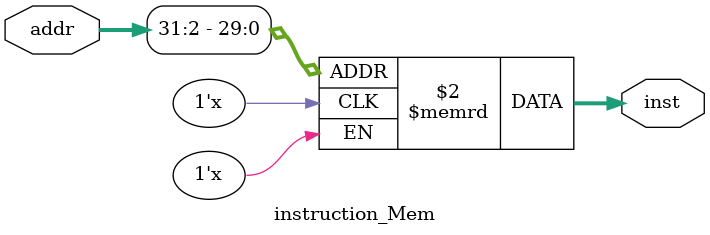
<source format=v>
module instruction_Mem #(
    parameter IMEM_FILE = ""   
)(
    input  [31:0] addr,
    output reg [31:0] inst
);

    reg [31:0] i_mem [0:63];

    initial begin
        if (IMEM_FILE != "") begin
            $readmemh(IMEM_FILE, i_mem);
        end
        else begin
            $display("WARNING: IMEM_FILE is empty, instruction memory not initialized");
        end
    end

    always @(*) begin
        inst = i_mem[addr[31:2]]; // word-aligned
    end

endmodule
</source>
